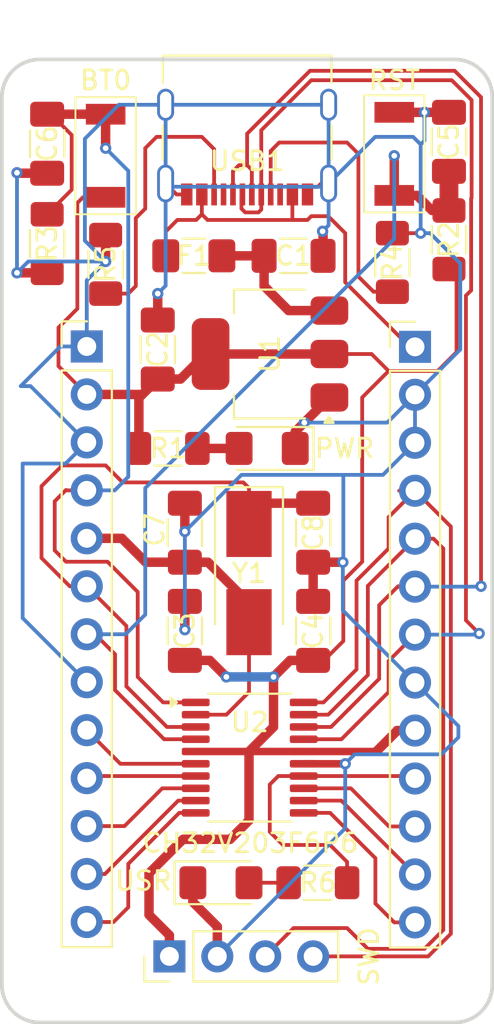
<source format=kicad_pcb>
(kicad_pcb (version 20241229) (generator "pcbnew") (generator_version "9.0")
  (title_block (title "Taunoe CH32V203F6P6") (date "2025-03-26") (rev "1.0") (company "Tauno Erik"))
  (layers (0 "F.Cu" signal) (2 "B.Cu" signal) (13 "F.Paste" user) (15 "B.Paste" user) (5 "F.SilkS" user "F.Silkscreen") (7 "B.SilkS" user "B.Silkscreen") (1 "F.Mask" user) (3 "B.Mask" user) (25 "Edge.Cuts" user))
  (net 0 "")
  (net 1 "Net-(U1-VI)")
  (net 2 "GND")
  (net 3 "+3.3V")
  (net 4 "/Reset BTN")
  (net 5 "/BOOT0 BTN")
  (net 6 "/OSC_IN")
  (net 7 "/OSC_OUT")
  (net 8 "VBUS")
  (net 9 "/PA11")
  (net 10 "/PA12")
  (net 11 "/PA2")
  (net 12 "/PA4")
  (net 13 "/PA0")
  (net 14 "/PA1")
  (net 15 "/PA3")
  (net 16 "/SWCLK")
  (net 17 "/SWDIO")
  (net 18 "/PA6")
  (net 19 "/PA5")
  (net 20 "/PA7")
  (net 21 "Net-(LED1-A)")
  (net 22 "Net-(LED2-A)")
  (net 23 "/USR_LED")
  (net 24 "Net-(USB1-CC1)")
  (net 25 "Net-(USB1-CC2)")
  (footprint "Package_SO:TSSOP-20_4.4x6.5mm_P0.65mm" (layer "F.Cu") (at 130.1375 57.975)
    (property "Reference" "U2" (at 0 -1.875 0) (layer "F.SilkS"))
    (property "Value" "CH32V203F6P6" (at 0.0375 4.525 0) (layer "F.SilkS"))
    (pad "1" smd roundrect (at -2.8625 -2.925) (size 1.475 0.4) (layers "F.Cu" "F.Mask" "F.Paste") (net 5 "/BOOT0 BTN"))
    (pad "2" smd roundrect (at -2.8625 -2.275) (size 1.475 0.4) (layers "F.Cu" "F.Mask" "F.Paste") (net 6 "/OSC_IN"))
    (pad "3" smd roundrect (at -2.8625 -1.625) (size 1.475 0.4) (layers "F.Cu" "F.Mask" "F.Paste") (net 7 "/OSC_OUT"))
    (pad "4" smd roundrect (at -2.8625 -0.975) (size 1.475 0.4) (layers "F.Cu" "F.Mask" "F.Paste") (net 4 "/Reset BTN"))
    (pad "5" smd roundrect (at -2.8625 -0.325) (size 1.475 0.4) (layers "F.Cu" "F.Mask" "F.Paste") (net 3 "+3.3V"))
    (pad "6" smd roundrect (at -2.8625 0.325) (size 1.475 0.4) (layers "F.Cu" "F.Mask" "F.Paste") (net 13 "/PA0"))
    (pad "7" smd roundrect (at -2.8625 0.975) (size 1.475 0.4) (layers "F.Cu" "F.Mask" "F.Paste") (net 14 "/PA1"))
    (pad "8" smd roundrect (at -2.8625 1.625) (size 1.475 0.4) (layers "F.Cu" "F.Mask" "F.Paste") (net 11 "/PA2"))
    (pad "9" smd roundrect (at -2.8625 2.275) (size 1.475 0.4) (layers "F.Cu" "F.Mask" "F.Paste") (net 15 "/PA3"))
    (pad "10" smd roundrect (at -2.8625 2.925) (size 1.475 0.4) (layers "F.Cu" "F.Mask" "F.Paste") (net 12 "/PA4"))
    (pad "11" smd roundrect (at 2.8625 2.925) (size 1.475 0.4) (layers "F.Cu" "F.Mask" "F.Paste") (net 19 "/PA5"))
    (pad "12" smd roundrect (at 2.8625 2.275) (size 1.475 0.4) (layers "F.Cu" "F.Mask" "F.Paste") (net 18 "/PA6"))
    (pad "13" smd roundrect (at 2.8625 1.625) (size 1.475 0.4) (layers "F.Cu" "F.Mask" "F.Paste") (net 20 "/PA7"))
    (pad "14" smd roundrect (at 2.8625 0.975) (size 1.475 0.4) (layers "F.Cu" "F.Mask" "F.Paste") (net 23 "/USR_LED"))
    (pad "15" smd roundrect (at 2.8625 0.325) (size 1.475 0.4) (layers "F.Cu" "F.Mask" "F.Paste") (net 2 "GND"))
    (pad "16" smd roundrect (at 2.8625 -0.325) (size 1.475 0.4) (layers "F.Cu" "F.Mask" "F.Paste") (net 3 "+3.3V"))
    (pad "17" smd roundrect (at 2.8625 -0.975) (size 1.475 0.4) (layers "F.Cu" "F.Mask" "F.Paste") (net 9 "/PA11"))
    (pad "18" smd roundrect (at 2.8625 -1.625) (size 1.475 0.4) (layers "F.Cu" "F.Mask" "F.Paste") (net 10 "/PA12"))
    (pad "19" smd roundrect (at 2.8625 -2.275) (size 1.475 0.4) (layers "F.Cu" "F.Mask" "F.Paste") (net 17 "/SWDIO"))
    (pad "20" smd roundrect (at 2.8625 -2.925) (size 1.475 0.4) (layers "F.Cu" "F.Mask" "F.Paste") (net 16 "/SWCLK"))
  )
  (footprint "Taunoe_footprints:Push_button_smd_3x4x2_2pin" (layer "F.Cu") (at 137.8 26 90)
    (property "Reference" "SW2")
    (property "Value" "RST" (at 3.9 0 0) (layer "F.SilkS"))
    (pad "1" smd rect (at -2.2 0 90) (size 1.1 2.1) (layers "F.Cu" "F.Mask" "F.Paste") (net 4 "/Reset BTN"))
    (pad "2" smd rect (at 2.2 0 90) (size 1.1 2.1) (layers "F.Cu" "F.Mask" "F.Paste") (net 2 "GND"))
  )
  (footprint "Connector_PinHeader_2.54mm:PinHeader_1x04_P2.54mm_Vertical" (layer "F.Cu") (at 125.88 68.5 90)
    (property "Reference" "J3")
    (property "Value" "SWD" (at 0 10.58 90) (layer "F.SilkS"))
    (pad "1" thru_hole rect (at 0 0 90) (size 1.7 1.7) (drill 1) (layers "*.Cu" "*.Mask") (net 3 "+3.3V"))
    (pad "2" thru_hole oval (at 0 2.54 90) (size 1.7 1.7) (drill 1) (layers "*.Cu" "*.Mask") (net 2 "GND"))
    (pad "3" thru_hole oval (at 0 5.08 90) (size 1.7 1.7) (drill 1) (layers "*.Cu" "*.Mask") (net 17 "/SWDIO"))
    (pad "4" thru_hole oval (at 0 7.62 90) (size 1.7 1.7) (drill 1) (layers "*.Cu" "*.Mask") (net 16 "/SWCLK"))
  )
  (footprint "Fuse:Fuse_1206_3216Metric_Pad1.42x1.75mm_HandSolder" (layer "F.Cu") (at 127.175 31.4)
    (property "Reference" "F1" (at 0 0 0) (layer "F.SilkS"))
    (property "Value" "500mA")
    (pad "1" smd roundrect (at -1.4875 0) (size 1.425 1.75) (layers "F.Cu" "F.Mask" "F.Paste") (roundrect_rratio 0.175439) (net 8 "VBUS"))
    (pad "2" smd roundrect (at 1.4875 0) (size 1.425 1.75) (layers "F.Cu" "F.Mask" "F.Paste") (roundrect_rratio 0.175439) (net 1 "Net-(U1-VI)"))
  )
  (footprint "Resistor_SMD:R_1206_3216Metric_Pad1.30x1.75mm_HandSolder" (layer "F.Cu") (at 122.5 31.85 90)
    (property "Reference" "R5" (at 0 0 90) (layer "F.SilkS"))
    (property "Value" "5.1K")
    (pad "1" smd roundrect (at -1.55 0 90) (size 1.3 1.75) (layers "F.Cu" "F.Mask" "F.Paste") (roundrect_rratio 0.192308) (net 25 "Net-(USB1-CC2)"))
    (pad "2" smd roundrect (at 1.55 0 90) (size 1.3 1.75) (layers "F.Cu" "F.Mask" "F.Paste") (roundrect_rratio 0.192308) (net 2 "GND"))
  )
  (footprint "Capacitor_SMD:C_1206_3216Metric_Pad1.33x1.80mm_HandSolder" (layer "F.Cu") (at 126.7 46.0625 90)
    (property "Reference" "C7" (at 0.1625 -1.6 90) (layer "F.SilkS") (effects (font (size 1 0.9))))
    (property "Value" "22pF")
    (pad "1" smd roundrect (at -1.5625 0 90) (size 1.325 1.8) (layers "F.Cu" "F.Mask" "F.Paste") (roundrect_rratio 0.188679) (net 6 "/OSC_IN"))
    (pad "2" smd roundrect (at 1.5625 0 90) (size 1.325 1.8) (layers "F.Cu" "F.Mask" "F.Paste") (roundrect_rratio 0.188679) (net 2 "GND"))
  )
  (footprint "LED_SMD:LED_1206_3216Metric_Pad1.42x1.75mm_HandSolder" (layer "F.Cu") (at 128.6125 64.6)
    (property "Reference" "LED2")
    (property "Value" "USR" (at -4.1125 -0.1 0) (layer "F.SilkS"))
    (pad "1" smd roundrect (at -1.4875 0) (size 1.425 1.75) (layers "F.Cu" "F.Mask" "F.Paste") (roundrect_rratio 0.175439) (net 2 "GND"))
    (pad "2" smd roundrect (at 1.4875 0) (size 1.425 1.75) (layers "F.Cu" "F.Mask" "F.Paste") (roundrect_rratio 0.175439) (net 22 "Net-(LED2-A)"))
  )
  (footprint "Capacitor_SMD:C_1206_3216Metric_Pad1.33x1.80mm_HandSolder" (layer "F.Cu") (at 126.7 51.2625 90)
    (property "Reference" "C3" (at 0 0 90) (layer "F.SilkS"))
    (property "Value" "0.1uF")
    (pad "1" smd roundrect (at -1.5625 0 90) (size 1.325 1.8) (layers "F.Cu" "F.Mask" "F.Paste") (roundrect_rratio 0.188679) (net 3 "+3.3V"))
    (pad "2" smd roundrect (at 1.5625 0 90) (size 1.325 1.8) (layers "F.Cu" "F.Mask" "F.Paste") (roundrect_rratio 0.188679) (net 2 "GND"))
  )
  (footprint "Crystal:Crystal_SMD_5032-2Pin_5.0x3.2mm_HandSoldering" (layer "F.Cu") (at 130.1 48.2 -90)
    (property "Reference" "Y1" (at 0 0 180) (layer "F.SilkS"))
    (property "Value" "8Mhz")
    (pad "1" smd rect (at -2.6 0 270) (size 3.5 2.4) (layers "F.Cu" "F.Mask" "F.Paste") (net 7 "/OSC_OUT"))
    (pad "2" smd rect (at 2.6 0 270) (size 3.5 2.4) (layers "F.Cu" "F.Mask" "F.Paste") (net 6 "/OSC_IN"))
  )
  (footprint "Resistor_SMD:R_1206_3216Metric_Pad1.30x1.75mm_HandSolder" (layer "F.Cu") (at 125.8125 41.6)
    (property "Reference" "R1" (at 0 0 0) (layer "F.SilkS"))
    (property "Value" "1K")
    (pad "1" smd roundrect (at -1.55 0) (size 1.3 1.75) (layers "F.Cu" "F.Mask" "F.Paste") (roundrect_rratio 0.192308) (net 3 "+3.3V"))
    (pad "2" smd roundrect (at 1.55 0) (size 1.3 1.75) (layers "F.Cu" "F.Mask" "F.Paste") (roundrect_rratio 0.192308) (net 21 "Net-(LED1-A)"))
  )
  (footprint "Taunoe_footprints:Push_button_smd_3x4x2_2pin" (layer "F.Cu") (at 122.5 26.1 90)
    (property "Reference" "SW1")
    (property "Value" "BT0" (at 4 0 0) (layer "F.SilkS"))
    (pad "1" smd rect (at -2.2 0 90) (size 1.1 2.1) (layers "F.Cu" "F.Mask" "F.Paste") (net 3 "+3.3V"))
    (pad "2" smd rect (at 2.2 0 90) (size 1.1 2.1) (layers "F.Cu" "F.Mask" "F.Paste") (net 5 "/BOOT0 BTN"))
  )
  (footprint "Capacitor_SMD:C_1206_3216Metric_Pad1.33x1.80mm_HandSolder" (layer "F.Cu") (at 125.2625 36.3625 90)
    (property "Reference" "C2" (at 0 0 90) (layer "F.SilkS"))
    (property "Value" "10uF")
    (pad "1" smd roundrect (at -1.5625 0 90) (size 1.325 1.8) (layers "F.Cu" "F.Mask" "F.Paste") (roundrect_rratio 0.188679) (net 3 "+3.3V"))
    (pad "2" smd roundrect (at 1.5625 0 90) (size 1.325 1.8) (layers "F.Cu" "F.Mask" "F.Paste") (roundrect_rratio 0.188679) (net 2 "GND"))
  )
  (footprint "Connector_PinHeader_2.54mm:PinHeader_1x13_P2.54mm_Vertical" (layer "F.Cu") (at 121.5 36.2)
    (property "Reference" "J1")
    (property "Value" "Header1")
    (pad "1" thru_hole rect (at 0 0) (size 1.7 1.7) (drill 1) (layers "*.Cu" "*.Mask") (net 2 "GND"))
    (pad "2" thru_hole oval (at 0 2.54) (size 1.7 1.7) (drill 1) (layers "*.Cu" "*.Mask") (net 3 "+3.3V"))
    (pad "3" thru_hole oval (at 0 5.08) (size 1.7 1.7) (drill 1) (layers "*.Cu" "*.Mask") (net 2 "GND"))
    (pad "4" thru_hole oval (at 0 7.62) (size 1.7 1.7) (drill 1) (layers "*.Cu" "*.Mask") (net 5 "/BOOT0 BTN"))
    (pad "5" thru_hole oval (at 0 10.16) (size 1.7 1.7) (drill 1) (layers "*.Cu" "*.Mask") (net 6 "/OSC_IN"))
    (pad "6" thru_hole oval (at 0 12.7) (size 1.7 1.7) (drill 1) (layers "*.Cu" "*.Mask") (net 7 "/OSC_OUT"))
    (pad "7" thru_hole oval (at 0 15.24) (size 1.7 1.7) (drill 1) (layers "*.Cu" "*.Mask") (net 4 "/Reset BTN"))
    (pad "8" thru_hole oval (at 0 17.78) (size 1.7 1.7) (drill 1) (layers "*.Cu" "*.Mask") (net 2 "GND"))
    (pad "9" thru_hole oval (at 0 20.32) (size 1.7 1.7) (drill 1) (layers "*.Cu" "*.Mask") (net 13 "/PA0"))
    (pad "10" thru_hole oval (at 0 22.86) (size 1.7 1.7) (drill 1) (layers "*.Cu" "*.Mask") (net 14 "/PA1"))
    (pad "11" thru_hole oval (at 0 25.4) (size 1.7 1.7) (drill 1) (layers "*.Cu" "*.Mask") (net 11 "/PA2"))
    (pad "12" thru_hole oval (at 0 27.94) (size 1.7 1.7) (drill 1) (layers "*.Cu" "*.Mask") (net 15 "/PA3"))
    (pad "13" thru_hole oval (at 0 30.48) (size 1.7 1.7) (drill 1) (layers "*.Cu" "*.Mask") (net 12 "/PA4"))
  )
  (footprint "Resistor_SMD:R_1206_3216Metric_Pad1.30x1.75mm_HandSolder" (layer "F.Cu") (at 119.4 30.75 -90)
    (property "Reference" "R3" (at 0 0 90) (layer "F.SilkS"))
    (property "Value" "10K")
    (pad "1" smd roundrect (at -1.55 0 270) (size 1.3 1.75) (layers "F.Cu" "F.Mask" "F.Paste") (roundrect_rratio 0.192308) (net 5 "/BOOT0 BTN"))
    (pad "2" smd roundrect (at 1.55 0 270) (size 1.3 1.75) (layers "F.Cu" "F.Mask" "F.Paste") (roundrect_rratio 0.192308) (net 2 "GND"))
  )
  (footprint "Resistor_SMD:R_1206_3216Metric_Pad1.30x1.75mm_HandSolder" (layer "F.Cu") (at 133.75 64.6 180)
    (property "Reference" "R6" (at 0 0 0) (layer "F.SilkS"))
    (property "Value" "1K")
    (pad "1" smd roundrect (at -1.55 0 180) (size 1.3 1.75) (layers "F.Cu" "F.Mask" "F.Paste") (roundrect_rratio 0.192308) (net 23 "/USR_LED"))
    (pad "2" smd roundrect (at 1.55 0 180) (size 1.3 1.75) (layers "F.Cu" "F.Mask" "F.Paste") (roundrect_rratio 0.192308) (net 22 "Net-(LED2-A)"))
  )
  (footprint "Package_TO_SOT_SMD:SOT-223-3_TabPin2" (layer "F.Cu") (at 131.2125 36.6 180)
    (property "Reference" "U1" (at 0 0 90) (layer "F.SilkS"))
    (property "Value" "AMS1117-3.3")
    (pad "1" smd roundrect (at -3.15 -2.3 180) (size 2 1.5) (layers "F.Cu" "F.Mask" "F.Paste") (net 2 "GND"))
    (pad "2" smd roundrect (at -3.15 0 180) (size 2 1.5) (layers "F.Cu" "F.Mask" "F.Paste") (net 3 "+3.3V"))
    (pad "2" smd roundrect (at 3.15 0 180) (size 2 3.8) (layers "F.Cu" "F.Mask" "F.Paste") (net 3 "+3.3V"))
    (pad "3" smd roundrect (at -3.15 2.3 180) (size 2 1.5) (layers "F.Cu" "F.Mask" "F.Paste") (net 1 "Net-(U1-VI)"))
  )
  (footprint "Connector_PinHeader_2.54mm:PinHeader_1x13_P2.54mm_Vertical" (layer "F.Cu") (at 138.9 36.22)
    (property "Reference" "J2")
    (property "Value" "Header2")
    (pad "1" thru_hole rect (at 0 0) (size 1.7 1.7) (drill 1) (layers "*.Cu" "*.Mask") (net 8 "VBUS"))
    (pad "2" thru_hole oval (at 0 2.54) (size 1.7 1.7) (drill 1) (layers "*.Cu" "*.Mask") (net 2 "GND"))
    (pad "3" thru_hole oval (at 0 5.08) (size 1.7 1.7) (drill 1) (layers "*.Cu" "*.Mask") (net 2 "GND"))
    (pad "4" thru_hole oval (at 0 7.62) (size 1.7 1.7) (drill 1) (layers "*.Cu" "*.Mask") (net 16 "/SWCLK"))
    (pad "5" thru_hole oval (at 0 10.16) (size 1.7 1.7) (drill 1) (layers "*.Cu" "*.Mask") (net 17 "/SWDIO"))
    (pad "6" thru_hole oval (at 0 12.7) (size 1.7 1.7) (drill 1) (layers "*.Cu" "*.Mask") (net 10 "/PA12"))
    (pad "7" thru_hole oval (at 0 15.24) (size 1.7 1.7) (drill 1) (layers "*.Cu" "*.Mask") (net 9 "/PA11"))
    (pad "8" thru_hole oval (at 0 17.78) (size 1.7 1.7) (drill 1) (layers "*.Cu" "*.Mask") (net 2 "GND"))
    (pad "9" thru_hole oval (at 0 20.32) (size 1.7 1.7) (drill 1) (layers "*.Cu" "*.Mask") (net 3 "+3.3V"))
    (pad "10" thru_hole oval (at 0 22.86) (size 1.7 1.7) (drill 1) (layers "*.Cu" "*.Mask") (net 23 "/USR_LED"))
    (pad "11" thru_hole oval (at 0 25.4) (size 1.7 1.7) (drill 1) (layers "*.Cu" "*.Mask") (net 20 "/PA7"))
    (pad "12" thru_hole oval (at 0 27.94) (size 1.7 1.7) (drill 1) (layers "*.Cu" "*.Mask") (net 18 "/PA6"))
    (pad "13" thru_hole oval (at 0 30.48) (size 1.7 1.7) (drill 1) (layers "*.Cu" "*.Mask") (net 19 "/PA5"))
  )
  (footprint "Capacitor_SMD:C_1206_3216Metric_Pad1.33x1.80mm_HandSolder" (layer "F.Cu") (at 133.5 51.2625 90)
    (property "Reference" "C4" (at 0 0 90) (layer "F.SilkS"))
    (property "Value" "0.1uF")
    (pad "1" smd roundrect (at -1.5625 0 90) (size 1.325 1.8) (layers "F.Cu" "F.Mask" "F.Paste") (roundrect_rratio 0.188679) (net 3 "+3.3V"))
    (pad "2" smd roundrect (at 1.5625 0 90) (size 1.325 1.8) (layers "F.Cu" "F.Mask" "F.Paste") (roundrect_rratio 0.188679) (net 2 "GND"))
  )
  (footprint "Connector_USB:USB_C_Receptacle_Palconn_UTC16-G" (layer "F.Cu") (at 130 25.64 180)
    (property "Reference" "USB1" (at 0 -0.74 0) (layer "F.SilkS"))
    (property "Value" "USB_C_Receptacle_USB2.0_16P")
    (pad "" np_thru_hole circle (at -2.89 -1.45) (size 0.6 0.6) (drill 0.6) (layers "*.Cu" "*.Mask"))
    (pad "" np_thru_hole circle (at 2.89 -1.45) (size 0.6 0.6) (drill 0.6) (layers "*.Cu" "*.Mask"))
    (pad "A1" smd rect (at -3.2 -2.51 180) (size 0.6 1.16) (layers "F.Cu" "F.Mask" "F.Paste") (net 2 "GND"))
    (pad "A4" smd rect (at -2.4 -2.51 180) (size 0.6 1.16) (layers "F.Cu" "F.Mask" "F.Paste") (net 8 "VBUS"))
    (pad "A5" smd rect (at -1.25 -2.51) (size 0.3 1.16) (layers "F.Cu" "F.Mask" "F.Paste") (net 24 "Net-(USB1-CC1)"))
    (pad "A6" smd rect (at -0.25 -2.51) (size 0.3 1.16) (layers "F.Cu" "F.Mask" "F.Paste") (net 10 "/PA12"))
    (pad "A7" smd rect (at 0.25 -2.51) (size 0.3 1.16) (layers "F.Cu" "F.Mask" "F.Paste") (net 9 "/PA11"))
    (pad "A8" smd rect (at 1.25 -2.51) (size 0.3 1.16) (layers "F.Cu" "F.Mask" "F.Paste"))
    (pad "A9" smd rect (at 2.4 -2.51 180) (size 0.6 1.16) (layers "F.Cu" "F.Mask" "F.Paste") (net 8 "VBUS"))
    (pad "A12" smd rect (at 3.2 -2.51 180) (size 0.6 1.16) (layers "F.Cu" "F.Mask" "F.Paste") (net 2 "GND"))
    (pad "B1" smd rect (at 3.2 -2.51 180) (size 0.6 1.16) (layers "F.Cu" "F.Mask" "F.Paste") (net 2 "GND"))
    (pad "B4" smd rect (at 2.4 -2.51 180) (size 0.6 1.16) (layers "F.Cu" "F.Mask" "F.Paste") (net 8 "VBUS"))
    (pad "B5" smd rect (at 1.75 -2.51) (size 0.3 1.16) (layers "F.Cu" "F.Mask" "F.Paste") (net 25 "Net-(USB1-CC2)"))
    (pad "B6" smd rect (at 0.75 -2.51) (size 0.3 1.16) (layers "F.Cu" "F.Mask" "F.Paste") (net 10 "/PA12"))
    (pad "B7" smd rect (at -0.75 -2.51) (size 0.3 1.16) (layers "F.Cu" "F.Mask" "F.Paste") (net 9 "/PA11"))
    (pad "B8" smd rect (at -1.75 -2.51) (size 0.3 1.16) (layers "F.Cu" "F.Mask" "F.Paste"))
    (pad "B9" smd rect (at -2.4 -2.51 180) (size 0.6 1.16) (layers "F.Cu" "F.Mask" "F.Paste") (net 8 "VBUS"))
    (pad "B12" smd rect (at -3.2 -2.51 180) (size 0.6 1.16) (layers "F.Cu" "F.Mask" "F.Paste") (net 2 "GND"))
    (pad "S1" thru_hole oval (at -4.32 -1.93 270) (size 2 0.9) (drill oval 1.7 0.6) (property pad_prop_heatsink) (layers "*.Cu" "*.Mask") (net 2 "GND"))
    (pad "S1" thru_hole oval (at -4.32 2.24 270) (size 1.7 0.9) (drill oval 1.4 0.6) (property pad_prop_heatsink) (layers "*.Cu" "*.Mask") (net 2 "GND"))
    (pad "S1" thru_hole oval (at 4.32 -1.93 270) (size 2 0.9) (drill oval 1.7 0.6) (property pad_prop_heatsink) (layers "*.Cu" "*.Mask") (net 2 "GND"))
    (pad "S1" thru_hole oval (at 4.32 2.24 270) (size 1.7 0.9) (drill oval 1.4 0.6) (property pad_prop_heatsink) (layers "*.Cu" "*.Mask") (net 2 "GND"))
  )
  (footprint "Resistor_SMD:R_1206_3216Metric_Pad1.30x1.75mm_HandSolder" (layer "F.Cu") (at 140.7 30.55 90)
    (property "Reference" "R2" (at 0 0 90) (layer "F.SilkS"))
    (property "Value" "10K")
    (pad "1" smd roundrect (at -1.55 0 90) (size 1.3 1.75) (layers "F.Cu" "F.Mask" "F.Paste") (roundrect_rratio 0.192308) (net 3 "+3.3V"))
    (pad "2" smd roundrect (at 1.55 0 90) (size 1.3 1.75) (layers "F.Cu" "F.Mask" "F.Paste") (roundrect_rratio 0.192308) (net 4 "/Reset BTN"))
  )
  (footprint "Capacitor_SMD:C_1206_3216Metric_Pad1.33x1.80mm_HandSolder" (layer "F.Cu") (at 132.4625 31.4)
    (property "Reference" "C1" (at 0 0 0) (layer "F.SilkS"))
    (property "Value" "10uF")
    (pad "1" smd roundrect (at -1.5625 0) (size 1.325 1.8) (layers "F.Cu" "F.Mask" "F.Paste") (roundrect_rratio 0.188679) (net 1 "Net-(U1-VI)"))
    (pad "2" smd roundrect (at 1.5625 0) (size 1.325 1.8) (layers "F.Cu" "F.Mask" "F.Paste") (roundrect_rratio 0.188679) (net 2 "GND"))
  )
  (footprint "Capacitor_SMD:C_1206_3216Metric_Pad1.33x1.80mm_HandSolder" (layer "F.Cu") (at 119.4 25.4625 -90)
    (property "Reference" "C6" (at 0 0 90) (layer "F.SilkS"))
    (property "Value" "0.1uF")
    (pad "1" smd roundrect (at -1.5625 0 270) (size 1.325 1.8) (layers "F.Cu" "F.Mask" "F.Paste") (roundrect_rratio 0.188679) (net 5 "/BOOT0 BTN"))
    (pad "2" smd roundrect (at 1.5625 0 270) (size 1.325 1.8) (layers "F.Cu" "F.Mask" "F.Paste") (roundrect_rratio 0.188679) (net 2 "GND"))
  )
  (footprint "Resistor_SMD:R_1206_3216Metric_Pad1.30x1.75mm_HandSolder" (layer "F.Cu") (at 137.7 31.75 90)
    (property "Reference" "R4" (at 0 0 90) (layer "F.SilkS"))
    (property "Value" "5.1K")
    (pad "1" smd roundrect (at -1.55 0 90) (size 1.3 1.75) (layers "F.Cu" "F.Mask" "F.Paste") (roundrect_rratio 0.192308) (net 24 "Net-(USB1-CC1)"))
    (pad "2" smd roundrect (at 1.55 0 90) (size 1.3 1.75) (layers "F.Cu" "F.Mask" "F.Paste") (roundrect_rratio 0.192308) (net 2 "GND"))
  )
  (footprint "Capacitor_SMD:C_1206_3216Metric_Pad1.33x1.80mm_HandSolder" (layer "F.Cu") (at 140.7 25.3625 90)
    (property "Reference" "C5" (at 0 0 90) (layer "F.SilkS"))
    (property "Value" "0.1uF")
    (pad "1" smd roundrect (at -1.5625 0 90) (size 1.325 1.8) (layers "F.Cu" "F.Mask" "F.Paste") (roundrect_rratio 0.188679) (net 4 "/Reset BTN"))
    (pad "2" smd roundrect (at 1.5625 0 90) (size 1.325 1.8) (layers "F.Cu" "F.Mask" "F.Paste") (roundrect_rratio 0.188679) (net 2 "GND"))
  )
  (footprint "Capacitor_SMD:C_1206_3216Metric_Pad1.33x1.80mm_HandSolder" (layer "F.Cu") (at 133.5 46.0625 -90)
    (property "Reference" "C8" (at 0 0 90) (layer "F.SilkS"))
    (property "Value" "22pF")
    (pad "1" smd roundrect (at -1.5625 0 270) (size 1.325 1.8) (layers "F.Cu" "F.Mask" "F.Paste") (roundrect_rratio 0.188679) (net 7 "/OSC_OUT"))
    (pad "2" smd roundrect (at 1.5625 0 270) (size 1.325 1.8) (layers "F.Cu" "F.Mask" "F.Paste") (roundrect_rratio 0.188679) (net 2 "GND"))
  )
  (footprint "LED_SMD:LED_1206_3216Metric_Pad1.42x1.75mm_HandSolder" (layer "F.Cu") (at 131.0625 41.6 180)
    (property "Reference" "LED1")
    (property "Value" "PWR" (at -4.1 0 0) (layer "F.SilkS"))
    (pad "1" smd roundrect (at -1.4875 0 180) (size 1.425 1.75) (layers "F.Cu" "F.Mask" "F.Paste") (roundrect_rratio 0.175439) (net 2 "GND"))
    (pad "2" smd roundrect (at 1.4875 0 180) (size 1.425 1.75) (layers "F.Cu" "F.Mask" "F.Paste") (roundrect_rratio 0.175439) (net 21 "Net-(LED1-A)"))
  )
  (gr_line (start 119 21) (end 141 21) (stroke (width 0.2)) (layer "Edge.Cuts"))
  (gr_line (start 143 23) (end 143 70) (stroke (width 0.2)) (layer "Edge.Cuts"))
  (gr_line (start 119 72) (end 141 72) (stroke (width 0.2)) (layer "Edge.Cuts"))
  (gr_line (start 117 23) (end 117 70) (stroke (width 0.2)) (layer "Edge.Cuts"))
  (gr_arc (start 143 70) (mid 142.414214 71.414214) (end 141 72) (stroke (width 0.2)) (layer "Edge.Cuts"))
  (gr_arc (start 119 72) (mid 117.585786 71.414214) (end 117 70) (stroke (width 0.2)) (layer "Edge.Cuts"))
  (gr_arc (start 117 23) (mid 117.585786 21.585786) (end 119 21) (stroke (width 0.2)) (layer "Edge.Cuts"))
  (gr_arc (start 141 21) (mid 142.414214 21.585786) (end 143 23) (stroke (width 0.2)) (layer "Edge.Cuts"))
  (segment (start 130.9 33) (end 130.9 31.4) (width 0.5) (layer "F.Cu") (net 1))
  (segment (start 128.6625 31.4) (end 130.9 31.4) (width 0.5) (layer "F.Cu") (net 1))
  (segment (start 134.3625 34.3) (end 132.2 34.3) (width 0.5) (layer "F.Cu") (net 1))
  (segment (start 132.2 34.3) (end 130.9 33) (width 0.5) (layer "F.Cu") (net 1))
  (segment (start 117.825 27.025) (end 117.8 27) (width 0.2) (layer "F.Cu") (net 2))
  (segment (start 132.55 40.7125) (end 133.03125 40.23125) (width 0.5) (layer "F.Cu") (net 2))
  (segment (start 128.42 66.92) (end 127.125 65.625) (width 0.5) (layer "F.Cu") (net 2))
  (segment (start 138.76 38.9) (end 138.9 38.76) (width 0.2) (layer "F.Cu") (net 2))
  (segment (start 119.4 32.3) (end 117.8 32.3) (width 0.5) (layer "F.Cu") (net 2))
  (segment (start 126.7 44.5) (end 126.7 46) (width 0.5) (layer "F.Cu") (net 2))
  (segment (start 133.5 49.7) (end 133.5 47.625) (width 0.5) (layer "F.Cu") (net 2))
  (segment (start 139.4 23.8) (end 137.8 23.8) (width 0.5) (layer "F.Cu") (net 2))
  (segment (start 126.26 28.15) (end 125.68 27.57) (width 0.2) (layer "F.Cu") (net 2))
  (segment (start 133 58.3) (end 135.2 58.3) (width 0.4) (layer "F.Cu") (net 2))
  (segment (start 133.74 27.75) (end 134.32 27.17) (width 0.2) (layer "F.Cu") (net 2))
  (segment (start 134.025 31.4) (end 134.025 30.125) (width 0.5) (layer "F.Cu") (net 2))
  (segment (start 133.5 47.625) (end 135.075 47.625) (width 0.5) (layer "F.Cu") (net 2))
  (segment (start 132.55 41.6) (end 132.55 40.7125) (width 0.5) (layer "F.Cu") (net 2))
  (segment (start 137.7 30.2) (end 139.2 30.2) (width 0.2) (layer "F.Cu") (net 2))
  (segment (start 128.42 68.5) (end 128.42 66.92) (width 0.5) (layer "F.Cu") (net 2))
  (segment (start 119.4 27.025) (end 117.825 27.025) (width 0.5) (layer "F.Cu") (net 2))
  (segment (start 125.2625 33.4) (end 125.2625 33.3375) (width 0.2) (layer "F.Cu") (net 2))
  (segment (start 141.1 23.8) (end 139.4 23.8) (width 0.5) (layer "F.Cu") (net 2))
  (segment (start 125.2625 33.3375) (end 125.3 33.3) (width 0.2) (layer "F.Cu") (net 2))
  (segment (start 125.2625 34.8) (end 125.2625 33.4) (width 0.5) (layer "F.Cu") (net 2))
  (segment (start 133.03125 40.23125) (end 134.3625 38.9) (width 0.5) (layer "F.Cu") (net 2))
  (segment (start 126.7 49.7) (end 126.7 51.2) (width 0.5) (layer "F.Cu") (net 2))
  (segment (start 134.025 30.125) (end 134 30.1) (width 0.2) (layer "F.Cu") (net 2))
  (segment (start 127.125 65.625) (end 127.125 64.6) (width 0.5) (layer "F.Cu") (net 2))
  (segment (start 122.5 30.3) (end 122.5 31.7) (width 0.5) (layer "F.Cu") (net 2))
  (segment (start 126.8 28.15) (end 126.26 28.15) (width 0.2) (layer "F.Cu") (net 2))
  (segment (start 133.2 27.75) (end 133.74 27.75) (width 0.2) (layer "F.Cu") (net 2))
  (via (at 117.8 32.3) (size 0.6) (drill 0.3) (layers "F.Cu" "B.Cu") (net 2))
  (via (at 126.7 46) (size 0.6) (drill 0.3) (layers "F.Cu" "B.Cu") (net 2))
  (via (at 122.5 31.7) (size 0.6) (drill 0.3) (layers "F.Cu" "B.Cu") (net 2))
  (via (at 135.2 58.3) (size 0.6) (drill 0.3) (layers "F.Cu" "B.Cu") (net 2))
  (via (at 133.03125 40.23125) (size 0.6) (drill 0.3) (layers "F.Cu" "B.Cu") (net 2))
  (via (at 134 30.1) (size 0.6) (drill 0.3) (layers "F.Cu" "B.Cu") (net 2))
  (via (at 135.075 47.625) (size 0.6) (drill 0.3) (layers "F.Cu" "B.Cu") (net 2))
  (via (at 125.2625 33.4) (size 0.6) (drill 0.3) (layers "F.Cu" "B.Cu") (net 2))
  (via (at 117.8 27) (size 0.6) (drill 0.3) (layers "F.Cu" "B.Cu") (net 2))
  (via (at 139.2 30.2) (size 0.6) (drill 0.3) (layers "F.Cu" "B.Cu") (net 2))
  (via (at 139.4 23.8) (size 0.6) (drill 0.3) (layers "F.Cu" "B.Cu") (net 2))
  (via (at 126.7 51.2) (size 0.6) (drill 0.3) (layers "F.Cu" "B.Cu") (net 2))
  (segment (start 135.7 57.8) (end 140.3 57.8) (width 0.2) (layer "B.Cu") (net 2))
  (segment (start 121.4 25.2) (end 123.2 23.4) (width 0.2) (layer "B.Cu") (net 2))
  (segment (start 126.7 46) (end 129.7 43) (width 0.2) (layer "B.Cu") (net 2))
  (segment (start 135.075 50.175) (end 135.075 47.625) (width 0.2) (layer "B.Cu") (net 2))
  (segment (start 134.32 27.57) (end 134.32 23.4) (width 0.2) (layer "B.Cu") (net 2))
  (segment (start 139.4 23.8) (end 139.4 25.3) (width 0.2) (layer "B.Cu") (net 2))
  (segment (start 138.9 41.3) (end 138.9 38.76) (width 0.2) (layer "B.Cu") (net 2))
  (segment (start 136.79 25.1) (end 134.32 27.57) (width 0.2) (layer "B.Cu") (net 2))
  (segment (start 121.5 53.98) (end 118.1 50.58) (width 0.2) (layer "B.Cu") (net 2))
  (segment (start 120.38 42.4) (end 121.5 41.28) (width 0.2) (layer "B.Cu") (net 2))
  (segment (start 121.4 30.6) (end 121.4 25.2) (width 0.2) (layer "B.Cu") (net 2))
  (segment (start 125.68 27.57) (end 125.68 23.4) (width 0.2) (layer "B.Cu") (net 2))
  (segment (start 118 38.3) (end 120.1 36.2) (width 0.2) (layer "B.Cu") (net 2))
  (segment (start 121.5 41.28) (end 118.52 38.3) (width 0.2) (layer "B.Cu") (net 2))
  (segment (start 141.3 36.36) (end 141.3 31.8) (width 0.2) (layer "B.Cu") (net 2))
  (segment (start 117.8 32.3) (end 117.8 27) (width 0.2) (layer "B.Cu") (net 2))
  (segment (start 140.3 57.8) (end 141.2 56.9) (width 0.2) (layer "B.Cu") (net 2))
  (segment (start 129.7 43) (end 135.1 43) (width 0.2) (layer "B.Cu") (net 2))
  (segment (start 135.2 61.72) (end 135.2 58.3) (width 0.2) (layer "B.Cu") (net 2))
  (segment (start 123.2 23.4) (end 125.68 23.4) (width 0.2) (layer "B.Cu") (net 2))
  (segment (start 125.68 23.4) (end 134.32 23.4) (width 0.2) (layer "B.Cu") (net 2))
  (segment (start 141.2 56.9) (end 141.2 56.3) (width 0.2) (layer "B.Cu") (net 2))
  (segment (start 125.68 32.9825) (end 125.68 27.57) (width 0.2) (layer "B.Cu") (net 2))
  (segment (start 125.851 27.741) (end 125.68 27.57) (width 0.2) (layer "B.Cu") (net 2))
  (segment (start 137.2 43) (end 138.9 41.3) (width 0.2) (layer "B.Cu") (net 2))
  (segment (start 139.4 25.3) (end 139.2 25.5) (width 0.2) (layer "B.Cu") (net 2))
  (segment (start 137.42875 40.23125) (end 138.9 38.76) (width 0.2) (layer "B.Cu") (net 2))
  (segment (start 134.149 27.741) (end 125.851 27.741) (width 0.2) (layer "B.Cu") (net 2))
  (segment (start 134 30.1) (end 134.32 29.78) (width 0.2) (layer "B.Cu") (net 2))
  (segment (start 118.4 31.7) (end 122.5 31.7) (width 0.2) (layer "B.Cu") (net 2))
  (segment (start 122.5 31.7) (end 121.4 30.6) (width 0.2) (layer "B.Cu") (net 2))
  (segment (start 117.8 32.3) (end 118.4 31.7) (width 0.2) (layer "B.Cu") (net 2))
  (segment (start 138.9 54) (end 135.075 50.175) (width 0.2) (layer "B.Cu") (net 2))
  (segment (start 121.5 32.7) (end 122.5 31.7) (width 0.2) (layer "B.Cu") (net 2))
  (segment (start 135.075 47.625) (end 135.1 47.6) (width 0.2) (layer "B.Cu") (net 2))
  (segment (start 125.2625 33.4) (end 125.68 32.9825) (width 0.2) (layer "B.Cu") (net 2))
  (segment (start 139.2 30.2) (end 139.2 25.5) (width 0.2) (layer "B.Cu") (net 2))
  (segment (start 134.32 27.57) (end 134.149 27.741) (width 0.2) (layer "B.Cu") (net 2))
  (segment (start 120.1 36.2) (end 121.5 36.2) (width 0.2) (layer "B.Cu") (net 2))
  (segment (start 118.52 38.3) (end 118 38.3) (width 0.2) (layer "B.Cu") (net 2))
  (segment (start 138.8 25.1) (end 136.79 25.1) (width 0.2) (layer "B.Cu") (net 2))
  (segment (start 126.7 51.2) (end 126.7 46) (width 0.2) (layer "B.Cu") (net 2))
  (segment (start 121.5 36.2) (end 121.5 32.7) (width 0.2) (layer "B.Cu") (net 2))
  (segment (start 134.32 29.78) (end 134.32 27.57) (width 0.2) (layer "B.Cu") (net 2))
  (segment (start 128.42 68.5) (end 135.2 61.72) (width 0.2) (layer "B.Cu") (net 2))
  (segment (start 118.1 42.4) (end 120.38 42.4) (width 0.2) (layer "B.Cu") (net 2))
  (segment (start 135.1 47.6) (end 135.1 43) (width 0.2) (layer "B.Cu") (net 2))
  (segment (start 141.3 31.8) (end 139.7 30.2) (width 0.2) (layer "B.Cu") (net 2))
  (segment (start 138.9 38.76) (end 141.3 36.36) (width 0.2) (layer "B.Cu") (net 2))
  (segment (start 135.2 58.3) (end 135.7 57.8) (width 0.2) (layer "B.Cu") (net 2))
  (segment (start 135.1 43) (end 137.2 43) (width 0.2) (layer "B.Cu") (net 2))
  (segment (start 139.7 30.2) (end 139.2 30.2) (width 0.2) (layer "B.Cu") (net 2))
  (segment (start 139.2 25.5) (end 138.8 25.1) (width 0.2) (layer "B.Cu") (net 2))
  (segment (start 141.2 56.3) (end 138.9 54) (width 0.2) (layer "B.Cu") (net 2))
  (segment (start 118.1 50.58) (end 118.1 42.4) (width 0.2) (layer "B.Cu") (net 2))
  (segment (start 133.03125 40.23125) (end 137.42875 40.23125) (width 0.2) (layer "B.Cu") (net 2))
  (segment (start 122.5 28.3) (end 121.3 28.3) (width 0.2) (layer "F.Cu") (net 3))
  (segment (start 126.7 52.825) (end 128.025 52.825) (width 0.5) (layer "F.Cu") (net 3))
  (segment (start 134.3625 36.6) (end 128.0625 36.6) (width 0.5) (layer "F.Cu") (net 3))
  (segment (start 141.1 36.5) (end 141.1 32.1) (width 0.2) (layer "F.Cu") (net 3))
  (segment (start 136.85 57.65) (end 137.95 56.55) (width 0.5) (layer "F.Cu") (net 3))
  (segment (start 137.5 37.5) (end 140.1 37.5) (width 0.2) (layer "F.Cu") (net 3))
  (segment (start 132.275 52.825) (end 133.5 52.825) (width 0.5) (layer "F.Cu") (net 3))
  (segment (start 133.5 52.825) (end 134.075 52.825) (width 0.2) (layer "F.Cu") (net 3))
  (segment (start 131.4 53.7) (end 131.4 56.35) (width 0.5) (layer "F.Cu") (net 3))
  (segment (start 137.95 56.55) (end 137.94 56.54) (width 0.2) (layer "F.Cu") (net 3))
  (segment (start 133 57.65) (end 136.85 57.65) (width 0.4) (layer "F.Cu") (net 3))
  (segment (start 120 35.2) (end 121 34.2) (width 0.2) (layer "F.Cu") (net 3))
  (segment (start 130.1 57.65) (end 133 57.65) (width 0.4) (layer "F.Cu") (net 3))
  (segment (start 136.1 38.9) (end 137.5 37.5) (width 0.2) (layer "F.Cu") (net 3))
  (segment (start 135.1 48.6) (end 136.1 47.6) (width 0.2) (layer "F.Cu") (net 3))
  (segment (start 128.025 52.825) (end 128.9 53.7) (width 0.5) (layer "F.Cu") (net 3))
  (segment (start 124.2625 38.925) (end 125.2625 37.925) (width 0.5) (layer "F.Cu") (net 3))
  (segment (start 137.94 56.54) (end 138.9 56.54) (width 0.5) (layer "F.Cu") (net 3))
  (segment (start 130.1 61.3) (end 130.1 57.65) (width 0.5) (layer "F.Cu") (net 3))
  (segment (start 135.1 51.8) (end 135.1 48.6) (width 0.2) (layer "F.Cu") (net 3))
  (segment (start 140.1 37.5) (end 141.1 36.5) (width 0.2) (layer "F.Cu") (net 3))
  (segment (start 124.4475 38.74) (end 125.2625 37.925) (width 0.2) (layer "F.Cu") (net 3))
  (segment (start 124.8 64.1) (end 126.6 62.3) (width 0.5) (layer "F.Cu") (net 3))
  (segment (start 129.1 62.3) (end 130.1 61.3) (width 0.5) (layer "F.Cu") (net 3))
  (segment (start 127.8 36.6) (end 128.0625 36.6) (width 0.2) (layer "F.Cu") (net 3))
  (segment (start 125.88 68.5) (end 125.88 67.38) (width 0.5) (layer "F.Cu") (net 3))
  (segment (start 136.6 36.6) (end 137.5 37.5) (width 0.2) (layer "F.Cu") (net 3))
  (segment (start 125.2625 37.925) (end 126.475 37.925) (width 0.5) (layer "F.Cu") (net 3))
  (segment (start 121 28.6) (end 121 34.2) (width 0.2) (layer "F.Cu") (net 3))
  (segment (start 121.5 38.74) (end 120 37.24) (width 0.2) (layer "F.Cu") (net 3))
  (segment (start 131.4 56.35) (end 130.1 57.65) (width 0.5) (layer "F.Cu") (net 3))
  (segment (start 134.075 52.825) (end 135.1 51.8) (width 0.2) (layer "F.Cu") (net 3))
  (segment (start 124.8 66.3) (end 124.8 64.1) (width 0.5) (layer "F.Cu") (net 3))
  (segment (start 126.475 37.925) (end 127.8 36.6) (width 0.5) (layer "F.Cu") (net 3))
  (segment (start 126.6 62.3) (end 129.1 62.3) (width 0.5) (layer "F.Cu") (net 3))
  (segment (start 131.4 53.7) (end 132.275 52.825) (width 0.5) (layer "F.Cu") (net 3))
  (segment (start 120 37.24) (end 120 35.2) (width 0.2) (layer "F.Cu") (net 3))
  (segment (start 121.3 28.3) (end 121 28.6) (width 0.2) (layer "F.Cu") (net 3))
  (segment (start 127.275 57.65) (end 130.1 57.65) (width 0.4) (layer "F.Cu") (net 3))
  (segment (start 134.3625 36.6) (end 136.6 36.6) (width 0.2) (layer "F.Cu") (net 3))
  (segment (start 125.88 67.38) (end 124.8 66.3) (width 0.5) (layer "F.Cu") (net 3))
  (segment (start 121.5 38.74) (end 124.4475 38.74) (width 0.5) (layer "F.Cu") (net 3))
  (segment (start 136.1 47.6) (end 136.1 38.9) (width 0.2) (layer "F.Cu") (net 3))
  (segment (start 124.2625 41.6) (end 124.2625 38.925) (width 0.5) (layer "F.Cu") (net 3))
  (via (at 131.4 53.7) (size 0.6) (drill 0.3) (layers "F.Cu" "B.Cu") (net 3))
  (via (at 128.9 53.7) (size 0.6) (drill 0.3) (layers "F.Cu" "B.Cu") (net 3))
  (segment (start 128.9 53.7) (end 131.4 53.7) (width 0.5) (layer "B.Cu") (net 3))
  (segment (start 121.94 51.44) (end 121.5 51.44) (width 0.2) (layer "F.Cu") (net 4))
  (segment (start 123 52.5) (end 121.94 51.44) (width 0.2) (layer "F.Cu") (net 4))
  (segment (start 140.7 29) (end 140.7 27.325) (width 1) (layer "F.Cu") (net 4))
  (segment (start 125.6 57) (end 123 54.4) (width 0.2) (layer "F.Cu") (net 4))
  (segment (start 137.8 28.2) (end 139 28.2) (width 0.5) (layer "F.Cu") (net 4))
  (segment (start 139 28.2) (end 139.8 29) (width 0.5) (layer "F.Cu") (net 4))
  (segment (start 139.8 29) (end 140.7 29) (width 0.2) (layer "F.Cu") (net 4))
  (segment (start 137.8 28.2) (end 137.8 26.1) (width 0.5) (layer "F.Cu") (net 4))
  (segment (start 123 54.4) (end 123 52.5) (width 0.2) (layer "F.Cu") (net 4))
  (segment (start 127.275 57) (end 125.6 57) (width 0.2) (layer "F.Cu") (net 4))
  (segment (start 140.7 27.325) (end 141.1 26.925) (width 0.2) (layer "F.Cu") (net 4))
  (via (at 137.8 26.1) (size 0.6) (drill 0.3) (layers "F.Cu" "B.Cu") (net 4))
  (segment (start 124.6 50.4) (end 123.56 51.44) (width 0.2) (layer "B.Cu") (net 4))
  (segment (start 123.56 51.44) (end 121.5 51.44) (width 0.2) (layer "B.Cu") (net 4))
  (segment (start 124.6 43.7) (end 124.6 50.4) (width 0.2) (layer "B.Cu") (net 4))
  (segment (start 137.8 26.1) (end 137.8 30.5) (width 0.2) (layer "B.Cu") (net 4))
  (segment (start 137.8 30.5) (end 124.6 43.7) (width 0.2) (layer "B.Cu") (net 4))
  (segment (start 120.4 47.6) (end 119.8 47) (width 0.2) (layer "F.Cu") (net 5))
  (segment (start 122.6 47.6) (end 120.4 47.6) (width 0.2) (layer "F.Cu") (net 5))
  (segment (start 119.8 47) (end 119.8 44.4) (width 0.2) (layer "F.Cu") (net 5))
  (segment (start 122.5 23.9) (end 119.4 23.9) (width 0.5) (layer "F.Cu") (net 5))
  (segment (start 120.42 43.82) (end 121.5 43.82) (width 0.2) (layer "F.Cu") (net 5))
  (segment (start 119.8 44.4) (end 120.4 43.8) (width 0.2) (layer "F.Cu") (net 5))
  (segment (start 122.5 23.9) (end 122.5 25.7) (width 0.5) (layer "F.Cu") (net 5))
  (segment (start 119.6 23.9) (end 119.4 23.9) (width 0.2) (layer "F.Cu") (net 5))
  (segment (start 124.2 49.2) (end 122.6 47.6) (width 0.2) (layer "F.Cu") (net 5))
  (segment (start 125.55 55.05) (end 124.2 53.7) (width 0.2) (layer "F.Cu") (net 5))
  (segment (start 120.7 25) (end 119.6 23.9) (width 0.2) (layer "F.Cu") (net 5))
  (segment (start 127.275 55.05) (end 125.55 55.05) (width 0.2) (layer "F.Cu") (net 5))
  (segment (start 120.7 27.9) (end 120.7 25) (width 0.2) (layer "F.Cu") (net 5))
  (segment (start 119.4 29.2) (end 120.7 27.9) (width 0.2) (layer "F.Cu") (net 5))
  (segment (start 120.4 43.8) (end 120.42 43.82) (width 0.2) (layer "F.Cu") (net 5))
  (segment (start 124.2 53.7) (end 124.2 49.2) (width 0.2) (layer "F.Cu") (net 5))
  (via (at 122.5 25.7) (size 0.6) (drill 0.3) (layers "F.Cu" "B.Cu") (net 5))
  (segment (start 123.7 43.1) (end 122.98 43.82) (width 0.2) (layer "B.Cu") (net 5))
  (segment (start 123.7 26.9) (end 123.7 43.1) (width 0.2) (layer "B.Cu") (net 5))
  (segment (start 122.98 43.82) (end 121.5 43.82) (width 0.2) (layer "B.Cu") (net 5))
  (segment (start 122.5 25.7) (end 123.7 26.9) (width 0.2) (layer "B.Cu") (net 5))
  (segment (start 130.1 54.5) (end 130.1 50.8) (width 0.2) (layer "F.Cu") (net 6))
  (segment (start 121.5 46.36) (end 123.36 46.36) (width 0.5) (layer "F.Cu") (net 6))
  (segment (start 124.625 47.625) (end 126.7 47.625) (width 0.5) (layer "F.Cu") (net 6))
  (segment (start 127.275 55.7) (end 128.9 55.7) (width 0.2) (layer "F.Cu") (net 6))
  (segment (start 127.925 47.625) (end 130.1 49.8) (width 0.5) (layer "F.Cu") (net 6))
  (segment (start 123.36 46.36) (end 124.625 47.625) (width 0.5) (layer "F.Cu") (net 6))
  (segment (start 126.7 47.625) (end 127.925 47.625) (width 0.5) (layer "F.Cu") (net 6))
  (segment (start 128.9 55.7) (end 130.1 54.5) (width 0.2) (layer "F.Cu") (net 6))
  (segment (start 130.1 49.8) (end 130.1 50.8) (width 0.2) (layer "F.Cu") (net 6))
  (segment (start 131.2 44.5) (end 130.1 45.6) (width 0.2) (layer "F.Cu") (net 7))
  (segment (start 121.5 48.9) (end 120.6 48.9) (width 0.2) (layer "F.Cu") (net 7))
  (segment (start 123.6 54.2) (end 123.6 51) (width 0.2) (layer "F.Cu") (net 7))
  (segment (start 120.6 48.9) (end 119.1 47.4) (width 0.2) (layer "F.Cu") (net 7))
  (segment (start 120.2 42.5) (end 122.5 42.5) (width 0.2) (layer "F.Cu") (net 7))
  (segment (start 125.75 56.35) (end 123.6 54.2) (width 0.2) (layer "F.Cu") (net 7))
  (segment (start 119.1 47.4) (end 119.1 43.6) (width 0.2) (layer "F.Cu") (net 7))
  (segment (start 119.1 43.6) (end 120.2 42.5) (width 0.2) (layer "F.Cu") (net 7))
  (segment (start 130.1 43.7) (end 130.1 45.6) (width 0.2) (layer "F.Cu") (net 7))
  (segment (start 122.5 42.5) (end 123.4 43.4) (width 0.2) (layer "F.Cu") (net 7))
  (segment (start 129.8 43.4) (end 130.1 43.7) (width 0.2) (layer "F.Cu") (net 7))
  (segment (start 123.6 51) (end 121.5 48.9) (width 0.2) (layer "F.Cu") (net 7))
  (segment (start 127.275 56.35) (end 125.75 56.35) (width 0.2) (layer "F.Cu") (net 7))
  (segment (start 123.4 43.4) (end 129.8 43.4) (width 0.2) (layer "F.Cu") (net 7))
  (segment (start 133.5 44.5) (end 131.2 44.5) (width 0.5) (layer "F.Cu") (net 7))
  (segment (start 132.4 29.501) (end 132.4 27.75) (width 0.2) (layer "F.Cu") (net 8))
  (segment (start 134.3 29.3) (end 133.4 29.3) (width 0.2) (layer "F.Cu") (net 8))
  (segment (start 138.9 36.22) (end 138.62 36.22) (width 0.2) (layer "F.Cu") (net 8))
  (segment (start 129.7329 29.5) (end 129.7339 29.501) (width 0.2) (layer "F.Cu") (net 8))
  (segment (start 127.6 29.2) (end 127.9 29.5) (width 0.2) (layer "F.Cu") (net 8))
  (segment (start 133.199 29.501) (end 132.4 29.501) (width 0.2) (layer "F.Cu") (net 8))
  (segment (start 126.3 29.5) (end 127.3 29.5) (width 0.2) (layer "F.Cu") (net 8))
  (segment (start 127.9 29.5) (end 129.7329 29.5) (width 0.2) (layer "F.Cu") (net 8))
  (segment (start 135.2 32.8) (end 135.2 30.2) (width 0.2) (layer "F.Cu") (net 8))
  (segment (start 127.6 29.2) (end 127.6 27.75) (width 0.2) (layer "F.Cu") (net 8))
  (segment (start 138.62 36.22) (end 135.2 32.8) (width 0.2) (layer "F.Cu") (net 8))
  (segment (start 125.6875 30.1125) (end 126.3 29.5) (width 0.2) (layer "F.Cu") (net 8))
  (segment (start 125.6875 31.4) (end 125.6875 30.1125) (width 0.2) (layer "F.Cu") (net 8))
  (segment (start 135.2 30.2) (end 134.3 29.3) (width 0.2) (layer "F.Cu") (net 8))
  (segment (start 129.7339 29.501) (end 133.199 29.501) (width 0.2) (layer "F.Cu") (net 8))
  (segment (start 133.199 29.501) (end 133.4 29.3) (width 0.2) (layer "F.Cu") (net 8))
  (segment (start 127.3 29.5) (end 127.6 29.2) (width 0.2) (layer "F.Cu") (net 8))
  (segment (start 141.9 28.34084) (end 141.876 28.36484) (width 0.2) (layer "F.Cu") (net 9))
  (segment (start 141.9 27.57366) (end 141.9 28.34084) (width 0.2) (layer "F.Cu") (net 9))
  (segment (start 141.6 33.50558) (end 141.6 50.7) (width 0.2) (layer "F.Cu") (net 9))
  (segment (start 137.5 54.5) (end 137.5 52.86) (width 0.2) (layer "F.Cu") (net 9))
  (segment (start 141.6 50.7) (end 142.3 51.4) (width 0.2) (layer "F.Cu") (net 9))
  (segment (start 133 57) (end 135 57) (width 0.2) (layer "F.Cu") (net 9))
  (segment (start 130.75 28.95) (end 130.6 29.1) (width 0.2) (layer "F.Cu") (net 9))
  (segment (start 129.75 28.55) (end 129.75 27.75) (width 0.2) (layer "F.Cu") (net 9))
  (segment (start 141.876 33.22958) (end 141.6 33.50558) (width 0.2) (layer "F.Cu") (net 9))
  (segment (start 137.5 52.86) (end 138.9 51.46) (width 0.2) (layer "F.Cu") (net 9))
  (segment (start 141.901 23.15234) (end 141.901 27.57266) (width 0.2) (layer "F.Cu") (net 9))
  (segment (start 129.7 28.2) (end 129.75 28.15) (width 0.2) (layer "F.Cu") (net 9))
  (segment (start 135 57) (end 137.5 54.5) (width 0.2) (layer "F.Cu") (net 9))
  (segment (start 130.75 28.15) (end 130.75 28.95) (width 0.2) (layer "F.Cu") (net 9))
  (segment (start 129.7 28.9) (end 129.7 28.2) (width 0.2) (layer "F.Cu") (net 9))
  (segment (start 141.876 28.36484) (end 141.876 33.22958) (width 0.2) (layer "F.Cu") (net 9))
  (segment (start 130.6 29.1) (end 129.9 29.1) (width 0.2) (layer "F.Cu") (net 9))
  (segment (start 130.75 27.75) (end 130.75 24.75) (width 0.2) (layer "F.Cu") (net 9))
  (segment (start 140.84866 22.1) (end 141.901 23.15234) (width 0.2) (layer "F.Cu") (net 9))
  (segment (start 129.9 29.1) (end 129.7 28.9) (width 0.2) (layer "F.Cu") (net 9))
  (segment (start 141.901 27.57266) (end 141.9 27.57366) (width 0.2) (layer "F.Cu") (net 9))
  (segment (start 130.75 24.75) (end 133.4 22.1) (width 0.2) (layer "F.Cu") (net 9))
  (segment (start 133.4 22.1) (end 140.84866 22.1) (width 0.2) (layer "F.Cu") (net 9))
  (via (at 142.3 51.4) (size 0.6) (drill 0.3) (layers "F.Cu" "B.Cu") (net 9))
  (segment (start 142.24 51.46) (end 138.9 51.46) (width 0.2) (layer "B.Cu") (net 9))
  (segment (start 142.3 51.4) (end 142.24 51.46) (width 0.2) (layer "B.Cu") (net 9))
  (segment (start 138 48.9) (end 138.02 48.92) (width 0.2) (layer "F.Cu") (net 10))
  (segment (start 130.25 26.85) (end 130 26.6) (width 0.2) (layer "F.Cu") (net 10))
  (segment (start 130 24.9329) (end 133.3319 21.601) (width 0.2) (layer "F.Cu") (net 10))
  (segment (start 137 53.8) (end 137 49.9) (width 0.2) (layer "F.Cu") (net 10))
  (segment (start 142.4 23) (end 142.4 23.2) (width 0.2) (layer "F.Cu") (net 10))
  (segment (start 130.25 27.75) (end 130.25 26.85) (width 0.2) (layer "F.Cu") (net 10))
  (segment (start 133 56.35) (end 134.45 56.35) (width 0.2) (layer "F.Cu") (net 10))
  (segment (start 134.45 56.35) (end 137 53.8) (width 0.2) (layer "F.Cu") (net 10))
  (segment (start 129.568 26.6) (end 129.25 26.918) (width 0.2) (layer "F.Cu") (net 10))
  (segment (start 140.999 21.601) (end 141 21.6) (width 0.2) (layer "F.Cu") (net 10))
  (segment (start 130 26.6) (end 130 24.9329) (width 0.2) (layer "F.Cu") (net 10))
  (segment (start 142.4 23.2) (end 142.4 48.9) (width 0.2) (layer "F.Cu") (net 10))
  (segment (start 137 49.9) (end 138 48.9) (width 0.2) (layer "F.Cu") (net 10))
  (segment (start 133.3319 21.601) (end 140.999 21.601) (width 0.2) (layer "F.Cu") (net 10))
  (segment (start 129.25 26.918) (end 129.25 27.75) (width 0.2) (layer "F.Cu") (net 10))
  (segment (start 130 26.6) (end 129.568 26.6) (width 0.2) (layer "F.Cu") (net 10))
  (segment (start 138.02 48.92) (end 138.9 48.92) (width 0.2) (layer "F.Cu") (net 10))
  (segment (start 141 21.6) (end 142.4 23) (width 0.2) (layer "F.Cu") (net 10))
  (via (at 142.4 48.9) (size 0.6) (drill 0.3) (layers "F.Cu" "B.Cu") (net 10))
  (segment (start 142.38 48.92) (end 138.9 48.92) (width 0.2) (layer "B.Cu") (net 10))
  (segment (start 142.4 48.9) (end 142.38 48.92) (width 0.2) (layer "B.Cu") (net 10))
  (segment (start 127.275 59.6) (end 125.5 59.6) (width 0.2) (layer "F.Cu") (net 11))
  (segment (start 123.5 61.6) (end 121.5 61.6) (width 0.2) (layer "F.Cu") (net 11))
  (segment (start 125.5 59.6) (end 123.5 61.6) (width 0.2) (layer "F.Cu") (net 11))
  (segment (start 127.275 60.9) (end 126.4 60.9) (width 0.2) (layer "F.Cu") (net 12))
  (segment (start 122.92 66.68) (end 121.5 66.68) (width 0.2) (layer "F.Cu") (net 12))
  (segment (start 123.7 63.6) (end 123.7 65.9) (width 0.2) (layer "F.Cu") (net 12))
  (segment (start 123.7 65.9) (end 122.92 66.68) (width 0.2) (layer "F.Cu") (net 12))
  (segment (start 126.4 60.9) (end 123.7 63.6) (width 0.2) (layer "F.Cu") (net 12))
  (segment (start 127.275 58.3) (end 123.28 58.3) (width 0.2) (layer "F.Cu") (net 13))
  (segment (start 123.28 58.3) (end 121.5 56.52) (width 0.2) (layer "F.Cu") (net 13))
  (segment (start 127.275 58.95) (end 121.61 58.95) (width 0.2) (layer "F.Cu") (net 14))
  (segment (start 121.61 58.95) (end 121.5 59.06) (width 0.2) (layer "F.Cu") (net 14))
  (segment (start 122.46 64.14) (end 121.5 64.14) (width 0.2) (layer "F.Cu") (net 15))
  (segment (start 127.275 60.25) (end 126.35 60.25) (width 0.2) (layer "F.Cu") (net 15))
  (segment (start 126.35 60.25) (end 122.46 64.14) (width 0.2) (layer "F.Cu") (net 15))
  (segment (start 135.8 53.3) (end 135.8 48.6) (width 0.2) (layer "F.Cu") (net 16))
  (segment (start 139.6 68.5) (end 140.8 67.3) (width 0.2) (layer "F.Cu") (net 16))
  (segment (start 138.06 43.84) (end 138.9 43.84) (width 0.2) (layer "F.Cu") (net 16))
  (segment (start 135.8 48.6) (end 137.5 46.9) (width 0.2) (layer "F.Cu") (net 16))
  (segment (start 133 55.05) (end 134.05 55.05) (width 0.2) (layer "F.Cu") (net 16))
  (segment (start 137.5 46.9) (end 137.5 45.24) (width 0.2) (layer "F.Cu") (net 16))
  (segment (start 140.8 67.3) (end 140.8 45.74) (width 0.2) (layer "F.Cu") (net 16))
  (segment (start 134.05 55.05) (end 135.8 53.3) (width 0.2) (layer "F.Cu") (net 16))
  (segment (start 140.8 45.74) (end 138.9 43.84) (width 0.2) (layer "F.Cu") (net 16))
  (segment (start 133.5 68.5) (end 139.6 68.5) (width 0.2) (layer "F.Cu") (net 16))
  (segment (start 137.5 45.24) (end 138.9 43.84) (width 0.2) (layer "F.Cu") (net 16))
  (segment (start 139.88 46.38) (end 138.9 46.38) (width 0.2) (layer "F.Cu") (net 17))
  (segment (start 136.4 68.1) (end 139.4 68.1) (width 0.2) (layer "F.Cu") (net 17))
  (segment (start 135.3 67) (end 136.4 68.1) (width 0.2) (layer "F.Cu") (net 17))
  (segment (start 136.4 53.6) (end 136.4 48.88) (width 0.2) (layer "F.Cu") (net 17))
  (segment (start 136.4 48.88) (end 138.9 46.38) (width 0.2) (layer "F.Cu") (net 17))
  (segment (start 139.4 68.1) (end 140.4 67.1) (width 0.2) (layer "F.Cu") (net 17))
  (segment (start 140.4 46.9) (end 139.88 46.38) (width 0.2) (layer "F.Cu") (net 17))
  (segment (start 130.96 68.5) (end 132.46 67) (width 0.2) (layer "F.Cu") (net 17))
  (segment (start 133 55.7) (end 134.3 55.7) (width 0.2) (layer "F.Cu") (net 17))
  (segment (start 134.3 55.7) (end 136.4 53.6) (width 0.2) (layer "F.Cu") (net 17))
  (segment (start 132.46 67) (end 135.3 67) (width 0.2) (layer "F.Cu") (net 17))
  (segment (start 140.4 67.1) (end 140.4 46.9) (width 0.2) (layer "F.Cu") (net 17))
  (segment (start 133 60.25) (end 134.99 60.25) (width 0.2) (layer "F.Cu") (net 18))
  (segment (start 134.99 60.25) (end 138.9 64.16) (width 0.2) (layer "F.Cu") (net 18))
  (segment (start 134.4 60.9) (end 136.8 63.3) (width 0.2) (layer "F.Cu") (net 19))
  (segment (start 136.8 65.7) (end 137.8 66.7) (width 0.2) (layer "F.Cu") (net 19))
  (segment (start 133 60.9) (end 134.4 60.9) (width 0.2) (layer "F.Cu") (net 19))
  (segment (start 137.8 66.7) (end 138.9 66.7) (width 0.2) (layer "F.Cu") (net 19))
  (segment (start 136.8 63.3) (end 136.8 65.7) (width 0.2) (layer "F.Cu") (net 19))
  (segment (start 137.52 61.62) (end 138.9 61.62) (width 0.2) (layer "F.Cu") (net 20))
  (segment (start 133 59.6) (end 135.5 59.6) (width 0.2) (layer "F.Cu") (net 20))
  (segment (start 135.5 59.6) (end 137.52 61.62) (width 0.2) (layer "F.Cu") (net 20))
  (segment (start 127.3625 41.6) (end 129.575 41.6) (width 0.5) (layer "F.Cu") (net 21))
  (segment (start 130.1 64.6) (end 132.2 64.6) (width 0.2) (layer "F.Cu") (net 22))
  (segment (start 131.2 59.4) (end 131.65 58.95) (width 0.2) (layer "F.Cu") (net 23))
  (segment (start 138.77 58.95) (end 138.9 59.08) (width 0.2) (layer "F.Cu") (net 23))
  (segment (start 131.2 61.9) (end 131.2 59.4) (width 0.2) (layer "F.Cu") (net 23))
  (segment (start 133 58.95) (end 138.77 58.95) (width 0.2) (layer "F.Cu") (net 23))
  (segment (start 135.3 64.6) (end 135.3 63.5) (width 0.2) (layer "F.Cu") (net 23))
  (segment (start 131.65 58.95) (end 133 58.95) (width 0.2) (layer "F.Cu") (net 23))
  (segment (start 134.4 62.6) (end 131.9 62.6) (width 0.2) (layer "F.Cu") (net 23))
  (segment (start 135.3 63.5) (end 134.4 62.6) (width 0.2) (layer "F.Cu") (net 23))
  (segment (start 131.9 62.6) (end 131.2 61.9) (width 0.2) (layer "F.Cu") (net 23))
  (segment (start 131.25 25.85) (end 131.25 27.75) (width 0.2) (layer "F.Cu") (net 24))
  (segment (start 135.3 25.4) (end 131.7 25.4) (width 0.2) (layer "F.Cu") (net 24))
  (segment (start 135.9 32.5) (end 135.9 26) (width 0.2) (layer "F.Cu") (net 24))
  (segment (start 136.7 33.3) (end 135.9 32.5) (width 0.2) (layer "F.Cu") (net 24))
  (segment (start 131.7 25.4) (end 131.25 25.85) (width 0.2) (layer "F.Cu") (net 24))
  (segment (start 137.7 33.3) (end 136.7 33.3) (width 0.2) (layer "F.Cu") (net 24))
  (segment (start 135.9 26) (end 135.3 25.4) (width 0.2) (layer "F.Cu") (net 24))
  (segment (start 124.1 29.4) (end 124.6 28.9) (width 0.2) (layer "F.Cu") (net 25))
  (segment (start 123.7 33.4) (end 124.1 33) (width 0.2) (layer "F.Cu") (net 25))
  (segment (start 124.6 25.7) (end 125.2 25.1) (width 0.2) (layer "F.Cu") (net 25))
  (segment (start 125.2 25.1) (end 127.6 25.1) (width 0.2) (layer "F.Cu") (net 25))
  (segment (start 124.6 28.9) (end 124.6 25.7) (width 0.2) (layer "F.Cu") (net 25))
  (segment (start 127.6 25.1) (end 128.25 25.75) (width 0.2) (layer "F.Cu") (net 25))
  (segment (start 128.25 25.75) (end 128.25 27.75) (width 0.2) (layer "F.Cu") (net 25))
  (segment (start 124.1 33) (end 124.1 29.4) (width 0.2) (layer "F.Cu") (net 25))
  (segment (start 122.5 33.4) (end 123.7 33.4) (width 0.2) (layer "F.Cu") (net 25))
)
</source>
